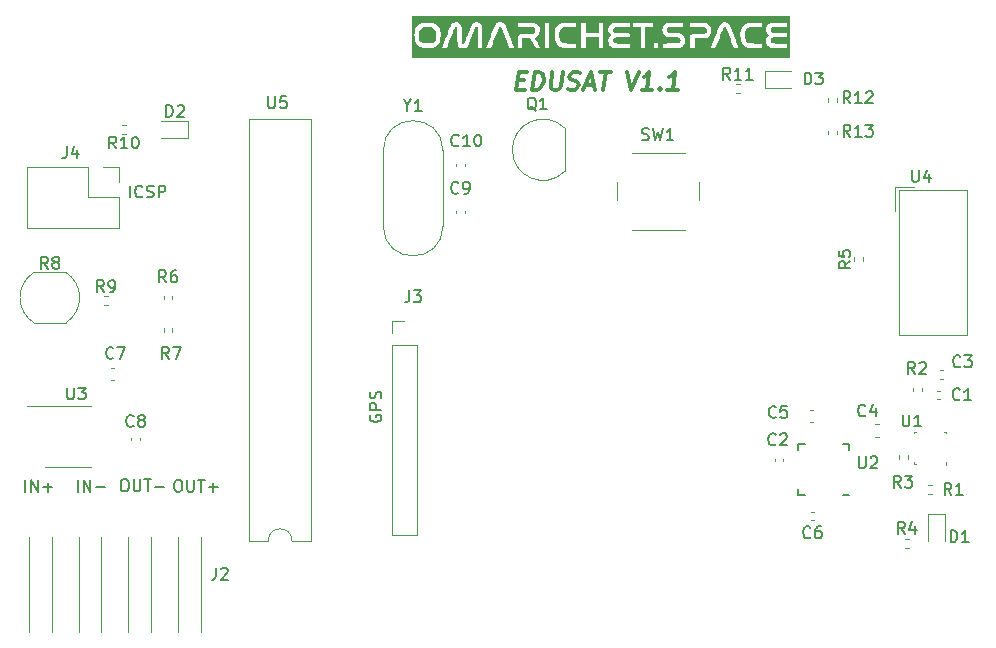
<source format=gbr>
%TF.GenerationSoftware,KiCad,Pcbnew,(6.0.7)*%
%TF.CreationDate,2023-01-16T15:03:51+03:00*%
%TF.ProjectId,Omarichet Sensor Shield 2,4f6d6172-6963-4686-9574-2053656e736f,rev?*%
%TF.SameCoordinates,Original*%
%TF.FileFunction,Legend,Top*%
%TF.FilePolarity,Positive*%
%FSLAX46Y46*%
G04 Gerber Fmt 4.6, Leading zero omitted, Abs format (unit mm)*
G04 Created by KiCad (PCBNEW (6.0.7)) date 2023-01-16 15:03:51*
%MOMM*%
%LPD*%
G01*
G04 APERTURE LIST*
%ADD10C,0.150000*%
%ADD11C,0.300000*%
%ADD12C,0.120000*%
%ADD13C,0.100000*%
G04 APERTURE END LIST*
D10*
X109227142Y-112232380D02*
X109227142Y-111232380D01*
X109703333Y-112232380D02*
X109703333Y-111232380D01*
X110274761Y-112232380D01*
X110274761Y-111232380D01*
X110750952Y-111851428D02*
X111512857Y-111851428D01*
X113613809Y-87322380D02*
X113613809Y-86322380D01*
X114661428Y-87227142D02*
X114613809Y-87274761D01*
X114470952Y-87322380D01*
X114375714Y-87322380D01*
X114232857Y-87274761D01*
X114137619Y-87179523D01*
X114090000Y-87084285D01*
X114042380Y-86893809D01*
X114042380Y-86750952D01*
X114090000Y-86560476D01*
X114137619Y-86465238D01*
X114232857Y-86370000D01*
X114375714Y-86322380D01*
X114470952Y-86322380D01*
X114613809Y-86370000D01*
X114661428Y-86417619D01*
X115042380Y-87274761D02*
X115185238Y-87322380D01*
X115423333Y-87322380D01*
X115518571Y-87274761D01*
X115566190Y-87227142D01*
X115613809Y-87131904D01*
X115613809Y-87036666D01*
X115566190Y-86941428D01*
X115518571Y-86893809D01*
X115423333Y-86846190D01*
X115232857Y-86798571D01*
X115137619Y-86750952D01*
X115090000Y-86703333D01*
X115042380Y-86608095D01*
X115042380Y-86512857D01*
X115090000Y-86417619D01*
X115137619Y-86370000D01*
X115232857Y-86322380D01*
X115470952Y-86322380D01*
X115613809Y-86370000D01*
X116042380Y-87322380D02*
X116042380Y-86322380D01*
X116423333Y-86322380D01*
X116518571Y-86370000D01*
X116566190Y-86417619D01*
X116613809Y-86512857D01*
X116613809Y-86655714D01*
X116566190Y-86750952D01*
X116518571Y-86798571D01*
X116423333Y-86846190D01*
X116042380Y-86846190D01*
X133950000Y-105774285D02*
X133902380Y-105869523D01*
X133902380Y-106012380D01*
X133950000Y-106155238D01*
X134045238Y-106250476D01*
X134140476Y-106298095D01*
X134330952Y-106345714D01*
X134473809Y-106345714D01*
X134664285Y-106298095D01*
X134759523Y-106250476D01*
X134854761Y-106155238D01*
X134902380Y-106012380D01*
X134902380Y-105917142D01*
X134854761Y-105774285D01*
X134807142Y-105726666D01*
X134473809Y-105726666D01*
X134473809Y-105917142D01*
X134902380Y-105298095D02*
X133902380Y-105298095D01*
X133902380Y-104917142D01*
X133950000Y-104821904D01*
X133997619Y-104774285D01*
X134092857Y-104726666D01*
X134235714Y-104726666D01*
X134330952Y-104774285D01*
X134378571Y-104821904D01*
X134426190Y-104917142D01*
X134426190Y-105298095D01*
X134854761Y-104345714D02*
X134902380Y-104202857D01*
X134902380Y-103964761D01*
X134854761Y-103869523D01*
X134807142Y-103821904D01*
X134711904Y-103774285D01*
X134616666Y-103774285D01*
X134521428Y-103821904D01*
X134473809Y-103869523D01*
X134426190Y-103964761D01*
X134378571Y-104155238D01*
X134330952Y-104250476D01*
X134283333Y-104298095D01*
X134188095Y-104345714D01*
X134092857Y-104345714D01*
X133997619Y-104298095D01*
X133950000Y-104250476D01*
X133902380Y-104155238D01*
X133902380Y-103917142D01*
X133950000Y-103774285D01*
X117610952Y-111242380D02*
X117801428Y-111242380D01*
X117896666Y-111290000D01*
X117991904Y-111385238D01*
X118039523Y-111575714D01*
X118039523Y-111909047D01*
X117991904Y-112099523D01*
X117896666Y-112194761D01*
X117801428Y-112242380D01*
X117610952Y-112242380D01*
X117515714Y-112194761D01*
X117420476Y-112099523D01*
X117372857Y-111909047D01*
X117372857Y-111575714D01*
X117420476Y-111385238D01*
X117515714Y-111290000D01*
X117610952Y-111242380D01*
X118468095Y-111242380D02*
X118468095Y-112051904D01*
X118515714Y-112147142D01*
X118563333Y-112194761D01*
X118658571Y-112242380D01*
X118849047Y-112242380D01*
X118944285Y-112194761D01*
X118991904Y-112147142D01*
X119039523Y-112051904D01*
X119039523Y-111242380D01*
X119372857Y-111242380D02*
X119944285Y-111242380D01*
X119658571Y-112242380D02*
X119658571Y-111242380D01*
X120277619Y-111861428D02*
X121039523Y-111861428D01*
X120658571Y-112242380D02*
X120658571Y-111480476D01*
X113070952Y-111202380D02*
X113261428Y-111202380D01*
X113356666Y-111250000D01*
X113451904Y-111345238D01*
X113499523Y-111535714D01*
X113499523Y-111869047D01*
X113451904Y-112059523D01*
X113356666Y-112154761D01*
X113261428Y-112202380D01*
X113070952Y-112202380D01*
X112975714Y-112154761D01*
X112880476Y-112059523D01*
X112832857Y-111869047D01*
X112832857Y-111535714D01*
X112880476Y-111345238D01*
X112975714Y-111250000D01*
X113070952Y-111202380D01*
X113928095Y-111202380D02*
X113928095Y-112011904D01*
X113975714Y-112107142D01*
X114023333Y-112154761D01*
X114118571Y-112202380D01*
X114309047Y-112202380D01*
X114404285Y-112154761D01*
X114451904Y-112107142D01*
X114499523Y-112011904D01*
X114499523Y-111202380D01*
X114832857Y-111202380D02*
X115404285Y-111202380D01*
X115118571Y-112202380D02*
X115118571Y-111202380D01*
X115737619Y-111821428D02*
X116499523Y-111821428D01*
D11*
X146440491Y-77412857D02*
X146940491Y-77412857D01*
X147056562Y-78198571D02*
X146342276Y-78198571D01*
X146529776Y-76698571D01*
X147244062Y-76698571D01*
X147699419Y-78198571D02*
X147886919Y-76698571D01*
X148244062Y-76698571D01*
X148449419Y-76770000D01*
X148574419Y-76912857D01*
X148627991Y-77055714D01*
X148663705Y-77341428D01*
X148636919Y-77555714D01*
X148529776Y-77841428D01*
X148440491Y-77984285D01*
X148279776Y-78127142D01*
X148056562Y-78198571D01*
X147699419Y-78198571D01*
X149386919Y-76698571D02*
X149235133Y-77912857D01*
X149288705Y-78055714D01*
X149351205Y-78127142D01*
X149485133Y-78198571D01*
X149770848Y-78198571D01*
X149922633Y-78127142D01*
X150002991Y-78055714D01*
X150092276Y-77912857D01*
X150244062Y-76698571D01*
X150708348Y-78127142D02*
X150913705Y-78198571D01*
X151270848Y-78198571D01*
X151422633Y-78127142D01*
X151502991Y-78055714D01*
X151592276Y-77912857D01*
X151610133Y-77770000D01*
X151556562Y-77627142D01*
X151494062Y-77555714D01*
X151360133Y-77484285D01*
X151083348Y-77412857D01*
X150949419Y-77341428D01*
X150886919Y-77270000D01*
X150833348Y-77127142D01*
X150851205Y-76984285D01*
X150940491Y-76841428D01*
X151020848Y-76770000D01*
X151172633Y-76698571D01*
X151529776Y-76698571D01*
X151735133Y-76770000D01*
X152181562Y-77770000D02*
X152895848Y-77770000D01*
X151985133Y-78198571D02*
X152672633Y-76698571D01*
X152985133Y-78198571D01*
X153458348Y-76698571D02*
X154315491Y-76698571D01*
X153699419Y-78198571D02*
X153886919Y-76698571D01*
X155744062Y-76698571D02*
X156056562Y-78198571D01*
X156744062Y-76698571D01*
X157842276Y-78198571D02*
X156985133Y-78198571D01*
X157413705Y-78198571D02*
X157601205Y-76698571D01*
X157431562Y-76912857D01*
X157270848Y-77055714D01*
X157119062Y-77127142D01*
X158502991Y-78055714D02*
X158565491Y-78127142D01*
X158485133Y-78198571D01*
X158422633Y-78127142D01*
X158502991Y-78055714D01*
X158485133Y-78198571D01*
X159985133Y-78198571D02*
X159127991Y-78198571D01*
X159556562Y-78198571D02*
X159744062Y-76698571D01*
X159574419Y-76912857D01*
X159413705Y-77055714D01*
X159261919Y-77127142D01*
D10*
X104767142Y-112232380D02*
X104767142Y-111232380D01*
X105243333Y-112232380D02*
X105243333Y-111232380D01*
X105814761Y-112232380D01*
X105814761Y-111232380D01*
X106290952Y-111851428D02*
X107052857Y-111851428D01*
X106671904Y-112232380D02*
X106671904Y-111470476D01*
%TO.C,R5*%
X174622380Y-92726666D02*
X174146190Y-93060000D01*
X174622380Y-93298095D02*
X173622380Y-93298095D01*
X173622380Y-92917142D01*
X173670000Y-92821904D01*
X173717619Y-92774285D01*
X173812857Y-92726666D01*
X173955714Y-92726666D01*
X174050952Y-92774285D01*
X174098571Y-92821904D01*
X174146190Y-92917142D01*
X174146190Y-93298095D01*
X173622380Y-91821904D02*
X173622380Y-92298095D01*
X174098571Y-92345714D01*
X174050952Y-92298095D01*
X174003333Y-92202857D01*
X174003333Y-91964761D01*
X174050952Y-91869523D01*
X174098571Y-91821904D01*
X174193809Y-91774285D01*
X174431904Y-91774285D01*
X174527142Y-91821904D01*
X174574761Y-91869523D01*
X174622380Y-91964761D01*
X174622380Y-92202857D01*
X174574761Y-92298095D01*
X174527142Y-92345714D01*
%TO.C,C10*%
X141447142Y-82917142D02*
X141399523Y-82964761D01*
X141256666Y-83012380D01*
X141161428Y-83012380D01*
X141018571Y-82964761D01*
X140923333Y-82869523D01*
X140875714Y-82774285D01*
X140828095Y-82583809D01*
X140828095Y-82440952D01*
X140875714Y-82250476D01*
X140923333Y-82155238D01*
X141018571Y-82060000D01*
X141161428Y-82012380D01*
X141256666Y-82012380D01*
X141399523Y-82060000D01*
X141447142Y-82107619D01*
X142399523Y-83012380D02*
X141828095Y-83012380D01*
X142113809Y-83012380D02*
X142113809Y-82012380D01*
X142018571Y-82155238D01*
X141923333Y-82250476D01*
X141828095Y-82298095D01*
X143018571Y-82012380D02*
X143113809Y-82012380D01*
X143209047Y-82060000D01*
X143256666Y-82107619D01*
X143304285Y-82202857D01*
X143351904Y-82393333D01*
X143351904Y-82631428D01*
X143304285Y-82821904D01*
X143256666Y-82917142D01*
X143209047Y-82964761D01*
X143113809Y-83012380D01*
X143018571Y-83012380D01*
X142923333Y-82964761D01*
X142875714Y-82917142D01*
X142828095Y-82821904D01*
X142780476Y-82631428D01*
X142780476Y-82393333D01*
X142828095Y-82202857D01*
X142875714Y-82107619D01*
X142923333Y-82060000D01*
X143018571Y-82012380D01*
%TO.C,R1*%
X183173333Y-112512380D02*
X182840000Y-112036190D01*
X182601904Y-112512380D02*
X182601904Y-111512380D01*
X182982857Y-111512380D01*
X183078095Y-111560000D01*
X183125714Y-111607619D01*
X183173333Y-111702857D01*
X183173333Y-111845714D01*
X183125714Y-111940952D01*
X183078095Y-111988571D01*
X182982857Y-112036190D01*
X182601904Y-112036190D01*
X184125714Y-112512380D02*
X183554285Y-112512380D01*
X183840000Y-112512380D02*
X183840000Y-111512380D01*
X183744761Y-111655238D01*
X183649523Y-111750476D01*
X183554285Y-111798095D01*
%TO.C,U2*%
X175328095Y-109262380D02*
X175328095Y-110071904D01*
X175375714Y-110167142D01*
X175423333Y-110214761D01*
X175518571Y-110262380D01*
X175709047Y-110262380D01*
X175804285Y-110214761D01*
X175851904Y-110167142D01*
X175899523Y-110071904D01*
X175899523Y-109262380D01*
X176328095Y-109357619D02*
X176375714Y-109310000D01*
X176470952Y-109262380D01*
X176709047Y-109262380D01*
X176804285Y-109310000D01*
X176851904Y-109357619D01*
X176899523Y-109452857D01*
X176899523Y-109548095D01*
X176851904Y-109690952D01*
X176280476Y-110262380D01*
X176899523Y-110262380D01*
%TO.C,R6*%
X116673333Y-94512380D02*
X116340000Y-94036190D01*
X116101904Y-94512380D02*
X116101904Y-93512380D01*
X116482857Y-93512380D01*
X116578095Y-93560000D01*
X116625714Y-93607619D01*
X116673333Y-93702857D01*
X116673333Y-93845714D01*
X116625714Y-93940952D01*
X116578095Y-93988571D01*
X116482857Y-94036190D01*
X116101904Y-94036190D01*
X117530476Y-93512380D02*
X117340000Y-93512380D01*
X117244761Y-93560000D01*
X117197142Y-93607619D01*
X117101904Y-93750476D01*
X117054285Y-93940952D01*
X117054285Y-94321904D01*
X117101904Y-94417142D01*
X117149523Y-94464761D01*
X117244761Y-94512380D01*
X117435238Y-94512380D01*
X117530476Y-94464761D01*
X117578095Y-94417142D01*
X117625714Y-94321904D01*
X117625714Y-94083809D01*
X117578095Y-93988571D01*
X117530476Y-93940952D01*
X117435238Y-93893333D01*
X117244761Y-93893333D01*
X117149523Y-93940952D01*
X117101904Y-93988571D01*
X117054285Y-94083809D01*
%TO.C,J3*%
X137256666Y-95202380D02*
X137256666Y-95916666D01*
X137209047Y-96059523D01*
X137113809Y-96154761D01*
X136970952Y-96202380D01*
X136875714Y-96202380D01*
X137637619Y-95202380D02*
X138256666Y-95202380D01*
X137923333Y-95583333D01*
X138066190Y-95583333D01*
X138161428Y-95630952D01*
X138209047Y-95678571D01*
X138256666Y-95773809D01*
X138256666Y-96011904D01*
X138209047Y-96107142D01*
X138161428Y-96154761D01*
X138066190Y-96202380D01*
X137780476Y-96202380D01*
X137685238Y-96154761D01*
X137637619Y-96107142D01*
%TO.C,R13*%
X174607142Y-82182380D02*
X174273809Y-81706190D01*
X174035714Y-82182380D02*
X174035714Y-81182380D01*
X174416666Y-81182380D01*
X174511904Y-81230000D01*
X174559523Y-81277619D01*
X174607142Y-81372857D01*
X174607142Y-81515714D01*
X174559523Y-81610952D01*
X174511904Y-81658571D01*
X174416666Y-81706190D01*
X174035714Y-81706190D01*
X175559523Y-82182380D02*
X174988095Y-82182380D01*
X175273809Y-82182380D02*
X175273809Y-81182380D01*
X175178571Y-81325238D01*
X175083333Y-81420476D01*
X174988095Y-81468095D01*
X175892857Y-81182380D02*
X176511904Y-81182380D01*
X176178571Y-81563333D01*
X176321428Y-81563333D01*
X176416666Y-81610952D01*
X176464285Y-81658571D01*
X176511904Y-81753809D01*
X176511904Y-81991904D01*
X176464285Y-82087142D01*
X176416666Y-82134761D01*
X176321428Y-82182380D01*
X176035714Y-82182380D01*
X175940476Y-82134761D01*
X175892857Y-82087142D01*
%TO.C,C3*%
X183933333Y-101607142D02*
X183885714Y-101654761D01*
X183742857Y-101702380D01*
X183647619Y-101702380D01*
X183504761Y-101654761D01*
X183409523Y-101559523D01*
X183361904Y-101464285D01*
X183314285Y-101273809D01*
X183314285Y-101130952D01*
X183361904Y-100940476D01*
X183409523Y-100845238D01*
X183504761Y-100750000D01*
X183647619Y-100702380D01*
X183742857Y-100702380D01*
X183885714Y-100750000D01*
X183933333Y-100797619D01*
X184266666Y-100702380D02*
X184885714Y-100702380D01*
X184552380Y-101083333D01*
X184695238Y-101083333D01*
X184790476Y-101130952D01*
X184838095Y-101178571D01*
X184885714Y-101273809D01*
X184885714Y-101511904D01*
X184838095Y-101607142D01*
X184790476Y-101654761D01*
X184695238Y-101702380D01*
X184409523Y-101702380D01*
X184314285Y-101654761D01*
X184266666Y-101607142D01*
%TO.C,U3*%
X108288095Y-103422380D02*
X108288095Y-104231904D01*
X108335714Y-104327142D01*
X108383333Y-104374761D01*
X108478571Y-104422380D01*
X108669047Y-104422380D01*
X108764285Y-104374761D01*
X108811904Y-104327142D01*
X108859523Y-104231904D01*
X108859523Y-103422380D01*
X109240476Y-103422380D02*
X109859523Y-103422380D01*
X109526190Y-103803333D01*
X109669047Y-103803333D01*
X109764285Y-103850952D01*
X109811904Y-103898571D01*
X109859523Y-103993809D01*
X109859523Y-104231904D01*
X109811904Y-104327142D01*
X109764285Y-104374761D01*
X109669047Y-104422380D01*
X109383333Y-104422380D01*
X109288095Y-104374761D01*
X109240476Y-104327142D01*
%TO.C,D2*%
X116694404Y-80512380D02*
X116694404Y-79512380D01*
X116932500Y-79512380D01*
X117075357Y-79560000D01*
X117170595Y-79655238D01*
X117218214Y-79750476D01*
X117265833Y-79940952D01*
X117265833Y-80083809D01*
X117218214Y-80274285D01*
X117170595Y-80369523D01*
X117075357Y-80464761D01*
X116932500Y-80512380D01*
X116694404Y-80512380D01*
X117646785Y-79607619D02*
X117694404Y-79560000D01*
X117789642Y-79512380D01*
X118027738Y-79512380D01*
X118122976Y-79560000D01*
X118170595Y-79607619D01*
X118218214Y-79702857D01*
X118218214Y-79798095D01*
X118170595Y-79940952D01*
X117599166Y-80512380D01*
X118218214Y-80512380D01*
%TO.C,C6*%
X171233333Y-116087142D02*
X171185714Y-116134761D01*
X171042857Y-116182380D01*
X170947619Y-116182380D01*
X170804761Y-116134761D01*
X170709523Y-116039523D01*
X170661904Y-115944285D01*
X170614285Y-115753809D01*
X170614285Y-115610952D01*
X170661904Y-115420476D01*
X170709523Y-115325238D01*
X170804761Y-115230000D01*
X170947619Y-115182380D01*
X171042857Y-115182380D01*
X171185714Y-115230000D01*
X171233333Y-115277619D01*
X172090476Y-115182380D02*
X171900000Y-115182380D01*
X171804761Y-115230000D01*
X171757142Y-115277619D01*
X171661904Y-115420476D01*
X171614285Y-115610952D01*
X171614285Y-115991904D01*
X171661904Y-116087142D01*
X171709523Y-116134761D01*
X171804761Y-116182380D01*
X171995238Y-116182380D01*
X172090476Y-116134761D01*
X172138095Y-116087142D01*
X172185714Y-115991904D01*
X172185714Y-115753809D01*
X172138095Y-115658571D01*
X172090476Y-115610952D01*
X171995238Y-115563333D01*
X171804761Y-115563333D01*
X171709523Y-115610952D01*
X171661904Y-115658571D01*
X171614285Y-115753809D01*
%TO.C,R11*%
X164437142Y-77352380D02*
X164103809Y-76876190D01*
X163865714Y-77352380D02*
X163865714Y-76352380D01*
X164246666Y-76352380D01*
X164341904Y-76400000D01*
X164389523Y-76447619D01*
X164437142Y-76542857D01*
X164437142Y-76685714D01*
X164389523Y-76780952D01*
X164341904Y-76828571D01*
X164246666Y-76876190D01*
X163865714Y-76876190D01*
X165389523Y-77352380D02*
X164818095Y-77352380D01*
X165103809Y-77352380D02*
X165103809Y-76352380D01*
X165008571Y-76495238D01*
X164913333Y-76590476D01*
X164818095Y-76638095D01*
X166341904Y-77352380D02*
X165770476Y-77352380D01*
X166056190Y-77352380D02*
X166056190Y-76352380D01*
X165960952Y-76495238D01*
X165865714Y-76590476D01*
X165770476Y-76638095D01*
%TO.C,C5*%
X168308333Y-105887142D02*
X168260714Y-105934761D01*
X168117857Y-105982380D01*
X168022619Y-105982380D01*
X167879761Y-105934761D01*
X167784523Y-105839523D01*
X167736904Y-105744285D01*
X167689285Y-105553809D01*
X167689285Y-105410952D01*
X167736904Y-105220476D01*
X167784523Y-105125238D01*
X167879761Y-105030000D01*
X168022619Y-104982380D01*
X168117857Y-104982380D01*
X168260714Y-105030000D01*
X168308333Y-105077619D01*
X169213095Y-104982380D02*
X168736904Y-104982380D01*
X168689285Y-105458571D01*
X168736904Y-105410952D01*
X168832142Y-105363333D01*
X169070238Y-105363333D01*
X169165476Y-105410952D01*
X169213095Y-105458571D01*
X169260714Y-105553809D01*
X169260714Y-105791904D01*
X169213095Y-105887142D01*
X169165476Y-105934761D01*
X169070238Y-105982380D01*
X168832142Y-105982380D01*
X168736904Y-105934761D01*
X168689285Y-105887142D01*
%TO.C,R8*%
X106673333Y-93362380D02*
X106340000Y-92886190D01*
X106101904Y-93362380D02*
X106101904Y-92362380D01*
X106482857Y-92362380D01*
X106578095Y-92410000D01*
X106625714Y-92457619D01*
X106673333Y-92552857D01*
X106673333Y-92695714D01*
X106625714Y-92790952D01*
X106578095Y-92838571D01*
X106482857Y-92886190D01*
X106101904Y-92886190D01*
X107244761Y-92790952D02*
X107149523Y-92743333D01*
X107101904Y-92695714D01*
X107054285Y-92600476D01*
X107054285Y-92552857D01*
X107101904Y-92457619D01*
X107149523Y-92410000D01*
X107244761Y-92362380D01*
X107435238Y-92362380D01*
X107530476Y-92410000D01*
X107578095Y-92457619D01*
X107625714Y-92552857D01*
X107625714Y-92600476D01*
X107578095Y-92695714D01*
X107530476Y-92743333D01*
X107435238Y-92790952D01*
X107244761Y-92790952D01*
X107149523Y-92838571D01*
X107101904Y-92886190D01*
X107054285Y-92981428D01*
X107054285Y-93171904D01*
X107101904Y-93267142D01*
X107149523Y-93314761D01*
X107244761Y-93362380D01*
X107435238Y-93362380D01*
X107530476Y-93314761D01*
X107578095Y-93267142D01*
X107625714Y-93171904D01*
X107625714Y-92981428D01*
X107578095Y-92886190D01*
X107530476Y-92838571D01*
X107435238Y-92790952D01*
%TO.C,R2*%
X180083333Y-102272380D02*
X179750000Y-101796190D01*
X179511904Y-102272380D02*
X179511904Y-101272380D01*
X179892857Y-101272380D01*
X179988095Y-101320000D01*
X180035714Y-101367619D01*
X180083333Y-101462857D01*
X180083333Y-101605714D01*
X180035714Y-101700952D01*
X179988095Y-101748571D01*
X179892857Y-101796190D01*
X179511904Y-101796190D01*
X180464285Y-101367619D02*
X180511904Y-101320000D01*
X180607142Y-101272380D01*
X180845238Y-101272380D01*
X180940476Y-101320000D01*
X180988095Y-101367619D01*
X181035714Y-101462857D01*
X181035714Y-101558095D01*
X180988095Y-101700952D01*
X180416666Y-102272380D01*
X181035714Y-102272380D01*
%TO.C,SW1*%
X156966666Y-82424761D02*
X157109523Y-82472380D01*
X157347619Y-82472380D01*
X157442857Y-82424761D01*
X157490476Y-82377142D01*
X157538095Y-82281904D01*
X157538095Y-82186666D01*
X157490476Y-82091428D01*
X157442857Y-82043809D01*
X157347619Y-81996190D01*
X157157142Y-81948571D01*
X157061904Y-81900952D01*
X157014285Y-81853333D01*
X156966666Y-81758095D01*
X156966666Y-81662857D01*
X157014285Y-81567619D01*
X157061904Y-81520000D01*
X157157142Y-81472380D01*
X157395238Y-81472380D01*
X157538095Y-81520000D01*
X157871428Y-81472380D02*
X158109523Y-82472380D01*
X158300000Y-81758095D01*
X158490476Y-82472380D01*
X158728571Y-81472380D01*
X159633333Y-82472380D02*
X159061904Y-82472380D01*
X159347619Y-82472380D02*
X159347619Y-81472380D01*
X159252380Y-81615238D01*
X159157142Y-81710476D01*
X159061904Y-81758095D01*
%TO.C,C8*%
X113923333Y-106667142D02*
X113875714Y-106714761D01*
X113732857Y-106762380D01*
X113637619Y-106762380D01*
X113494761Y-106714761D01*
X113399523Y-106619523D01*
X113351904Y-106524285D01*
X113304285Y-106333809D01*
X113304285Y-106190952D01*
X113351904Y-106000476D01*
X113399523Y-105905238D01*
X113494761Y-105810000D01*
X113637619Y-105762380D01*
X113732857Y-105762380D01*
X113875714Y-105810000D01*
X113923333Y-105857619D01*
X114494761Y-106190952D02*
X114399523Y-106143333D01*
X114351904Y-106095714D01*
X114304285Y-106000476D01*
X114304285Y-105952857D01*
X114351904Y-105857619D01*
X114399523Y-105810000D01*
X114494761Y-105762380D01*
X114685238Y-105762380D01*
X114780476Y-105810000D01*
X114828095Y-105857619D01*
X114875714Y-105952857D01*
X114875714Y-106000476D01*
X114828095Y-106095714D01*
X114780476Y-106143333D01*
X114685238Y-106190952D01*
X114494761Y-106190952D01*
X114399523Y-106238571D01*
X114351904Y-106286190D01*
X114304285Y-106381428D01*
X114304285Y-106571904D01*
X114351904Y-106667142D01*
X114399523Y-106714761D01*
X114494761Y-106762380D01*
X114685238Y-106762380D01*
X114780476Y-106714761D01*
X114828095Y-106667142D01*
X114875714Y-106571904D01*
X114875714Y-106381428D01*
X114828095Y-106286190D01*
X114780476Y-106238571D01*
X114685238Y-106190952D01*
%TO.C,D3*%
X170731904Y-77762380D02*
X170731904Y-76762380D01*
X170970000Y-76762380D01*
X171112857Y-76810000D01*
X171208095Y-76905238D01*
X171255714Y-77000476D01*
X171303333Y-77190952D01*
X171303333Y-77333809D01*
X171255714Y-77524285D01*
X171208095Y-77619523D01*
X171112857Y-77714761D01*
X170970000Y-77762380D01*
X170731904Y-77762380D01*
X171636666Y-76762380D02*
X172255714Y-76762380D01*
X171922380Y-77143333D01*
X172065238Y-77143333D01*
X172160476Y-77190952D01*
X172208095Y-77238571D01*
X172255714Y-77333809D01*
X172255714Y-77571904D01*
X172208095Y-77667142D01*
X172160476Y-77714761D01*
X172065238Y-77762380D01*
X171779523Y-77762380D01*
X171684285Y-77714761D01*
X171636666Y-77667142D01*
%TO.C,C2*%
X168283333Y-108217142D02*
X168235714Y-108264761D01*
X168092857Y-108312380D01*
X167997619Y-108312380D01*
X167854761Y-108264761D01*
X167759523Y-108169523D01*
X167711904Y-108074285D01*
X167664285Y-107883809D01*
X167664285Y-107740952D01*
X167711904Y-107550476D01*
X167759523Y-107455238D01*
X167854761Y-107360000D01*
X167997619Y-107312380D01*
X168092857Y-107312380D01*
X168235714Y-107360000D01*
X168283333Y-107407619D01*
X168664285Y-107407619D02*
X168711904Y-107360000D01*
X168807142Y-107312380D01*
X169045238Y-107312380D01*
X169140476Y-107360000D01*
X169188095Y-107407619D01*
X169235714Y-107502857D01*
X169235714Y-107598095D01*
X169188095Y-107740952D01*
X168616666Y-108312380D01*
X169235714Y-108312380D01*
%TO.C,Q1*%
X148004761Y-79977619D02*
X147909523Y-79930000D01*
X147814285Y-79834761D01*
X147671428Y-79691904D01*
X147576190Y-79644285D01*
X147480952Y-79644285D01*
X147528571Y-79882380D02*
X147433333Y-79834761D01*
X147338095Y-79739523D01*
X147290476Y-79549047D01*
X147290476Y-79215714D01*
X147338095Y-79025238D01*
X147433333Y-78930000D01*
X147528571Y-78882380D01*
X147719047Y-78882380D01*
X147814285Y-78930000D01*
X147909523Y-79025238D01*
X147957142Y-79215714D01*
X147957142Y-79549047D01*
X147909523Y-79739523D01*
X147814285Y-79834761D01*
X147719047Y-79882380D01*
X147528571Y-79882380D01*
X148909523Y-79882380D02*
X148338095Y-79882380D01*
X148623809Y-79882380D02*
X148623809Y-78882380D01*
X148528571Y-79025238D01*
X148433333Y-79120476D01*
X148338095Y-79168095D01*
%TO.C,R10*%
X112447142Y-83182380D02*
X112113809Y-82706190D01*
X111875714Y-83182380D02*
X111875714Y-82182380D01*
X112256666Y-82182380D01*
X112351904Y-82230000D01*
X112399523Y-82277619D01*
X112447142Y-82372857D01*
X112447142Y-82515714D01*
X112399523Y-82610952D01*
X112351904Y-82658571D01*
X112256666Y-82706190D01*
X111875714Y-82706190D01*
X113399523Y-83182380D02*
X112828095Y-83182380D01*
X113113809Y-83182380D02*
X113113809Y-82182380D01*
X113018571Y-82325238D01*
X112923333Y-82420476D01*
X112828095Y-82468095D01*
X114018571Y-82182380D02*
X114113809Y-82182380D01*
X114209047Y-82230000D01*
X114256666Y-82277619D01*
X114304285Y-82372857D01*
X114351904Y-82563333D01*
X114351904Y-82801428D01*
X114304285Y-82991904D01*
X114256666Y-83087142D01*
X114209047Y-83134761D01*
X114113809Y-83182380D01*
X114018571Y-83182380D01*
X113923333Y-83134761D01*
X113875714Y-83087142D01*
X113828095Y-82991904D01*
X113780476Y-82801428D01*
X113780476Y-82563333D01*
X113828095Y-82372857D01*
X113875714Y-82277619D01*
X113923333Y-82230000D01*
X114018571Y-82182380D01*
%TO.C,Y1*%
X137113809Y-79536190D02*
X137113809Y-80012380D01*
X136780476Y-79012380D02*
X137113809Y-79536190D01*
X137447142Y-79012380D01*
X138304285Y-80012380D02*
X137732857Y-80012380D01*
X138018571Y-80012380D02*
X138018571Y-79012380D01*
X137923333Y-79155238D01*
X137828095Y-79250476D01*
X137732857Y-79298095D01*
%TO.C,U1*%
X179038095Y-105712380D02*
X179038095Y-106521904D01*
X179085714Y-106617142D01*
X179133333Y-106664761D01*
X179228571Y-106712380D01*
X179419047Y-106712380D01*
X179514285Y-106664761D01*
X179561904Y-106617142D01*
X179609523Y-106521904D01*
X179609523Y-105712380D01*
X180609523Y-106712380D02*
X180038095Y-106712380D01*
X180323809Y-106712380D02*
X180323809Y-105712380D01*
X180228571Y-105855238D01*
X180133333Y-105950476D01*
X180038095Y-105998095D01*
%TO.C,U5*%
X125328095Y-78762380D02*
X125328095Y-79571904D01*
X125375714Y-79667142D01*
X125423333Y-79714761D01*
X125518571Y-79762380D01*
X125709047Y-79762380D01*
X125804285Y-79714761D01*
X125851904Y-79667142D01*
X125899523Y-79571904D01*
X125899523Y-78762380D01*
X126851904Y-78762380D02*
X126375714Y-78762380D01*
X126328095Y-79238571D01*
X126375714Y-79190952D01*
X126470952Y-79143333D01*
X126709047Y-79143333D01*
X126804285Y-79190952D01*
X126851904Y-79238571D01*
X126899523Y-79333809D01*
X126899523Y-79571904D01*
X126851904Y-79667142D01*
X126804285Y-79714761D01*
X126709047Y-79762380D01*
X126470952Y-79762380D01*
X126375714Y-79714761D01*
X126328095Y-79667142D01*
%TO.C,D1*%
X183101904Y-116512380D02*
X183101904Y-115512380D01*
X183340000Y-115512380D01*
X183482857Y-115560000D01*
X183578095Y-115655238D01*
X183625714Y-115750476D01*
X183673333Y-115940952D01*
X183673333Y-116083809D01*
X183625714Y-116274285D01*
X183578095Y-116369523D01*
X183482857Y-116464761D01*
X183340000Y-116512380D01*
X183101904Y-116512380D01*
X184625714Y-116512380D02*
X184054285Y-116512380D01*
X184340000Y-116512380D02*
X184340000Y-115512380D01*
X184244761Y-115655238D01*
X184149523Y-115750476D01*
X184054285Y-115798095D01*
%TO.C,R4*%
X179233333Y-115812380D02*
X178900000Y-115336190D01*
X178661904Y-115812380D02*
X178661904Y-114812380D01*
X179042857Y-114812380D01*
X179138095Y-114860000D01*
X179185714Y-114907619D01*
X179233333Y-115002857D01*
X179233333Y-115145714D01*
X179185714Y-115240952D01*
X179138095Y-115288571D01*
X179042857Y-115336190D01*
X178661904Y-115336190D01*
X180090476Y-115145714D02*
X180090476Y-115812380D01*
X179852380Y-114764761D02*
X179614285Y-115479047D01*
X180233333Y-115479047D01*
%TO.C,J2*%
X120906666Y-118692380D02*
X120906666Y-119406666D01*
X120859047Y-119549523D01*
X120763809Y-119644761D01*
X120620952Y-119692380D01*
X120525714Y-119692380D01*
X121335238Y-118787619D02*
X121382857Y-118740000D01*
X121478095Y-118692380D01*
X121716190Y-118692380D01*
X121811428Y-118740000D01*
X121859047Y-118787619D01*
X121906666Y-118882857D01*
X121906666Y-118978095D01*
X121859047Y-119120952D01*
X121287619Y-119692380D01*
X121906666Y-119692380D01*
%TO.C,R12*%
X174607142Y-79352380D02*
X174273809Y-78876190D01*
X174035714Y-79352380D02*
X174035714Y-78352380D01*
X174416666Y-78352380D01*
X174511904Y-78400000D01*
X174559523Y-78447619D01*
X174607142Y-78542857D01*
X174607142Y-78685714D01*
X174559523Y-78780952D01*
X174511904Y-78828571D01*
X174416666Y-78876190D01*
X174035714Y-78876190D01*
X175559523Y-79352380D02*
X174988095Y-79352380D01*
X175273809Y-79352380D02*
X175273809Y-78352380D01*
X175178571Y-78495238D01*
X175083333Y-78590476D01*
X174988095Y-78638095D01*
X175940476Y-78447619D02*
X175988095Y-78400000D01*
X176083333Y-78352380D01*
X176321428Y-78352380D01*
X176416666Y-78400000D01*
X176464285Y-78447619D01*
X176511904Y-78542857D01*
X176511904Y-78638095D01*
X176464285Y-78780952D01*
X175892857Y-79352380D01*
X176511904Y-79352380D01*
%TO.C,C7*%
X112223333Y-100917142D02*
X112175714Y-100964761D01*
X112032857Y-101012380D01*
X111937619Y-101012380D01*
X111794761Y-100964761D01*
X111699523Y-100869523D01*
X111651904Y-100774285D01*
X111604285Y-100583809D01*
X111604285Y-100440952D01*
X111651904Y-100250476D01*
X111699523Y-100155238D01*
X111794761Y-100060000D01*
X111937619Y-100012380D01*
X112032857Y-100012380D01*
X112175714Y-100060000D01*
X112223333Y-100107619D01*
X112556666Y-100012380D02*
X113223333Y-100012380D01*
X112794761Y-101012380D01*
%TO.C,R7*%
X116923333Y-101012380D02*
X116590000Y-100536190D01*
X116351904Y-101012380D02*
X116351904Y-100012380D01*
X116732857Y-100012380D01*
X116828095Y-100060000D01*
X116875714Y-100107619D01*
X116923333Y-100202857D01*
X116923333Y-100345714D01*
X116875714Y-100440952D01*
X116828095Y-100488571D01*
X116732857Y-100536190D01*
X116351904Y-100536190D01*
X117256666Y-100012380D02*
X117923333Y-100012380D01*
X117494761Y-101012380D01*
%TO.C,U4*%
X179828095Y-85012380D02*
X179828095Y-85821904D01*
X179875714Y-85917142D01*
X179923333Y-85964761D01*
X180018571Y-86012380D01*
X180209047Y-86012380D01*
X180304285Y-85964761D01*
X180351904Y-85917142D01*
X180399523Y-85821904D01*
X180399523Y-85012380D01*
X181304285Y-85345714D02*
X181304285Y-86012380D01*
X181066190Y-84964761D02*
X180828095Y-85679047D01*
X181447142Y-85679047D01*
%TO.C,C1*%
X183883333Y-104407142D02*
X183835714Y-104454761D01*
X183692857Y-104502380D01*
X183597619Y-104502380D01*
X183454761Y-104454761D01*
X183359523Y-104359523D01*
X183311904Y-104264285D01*
X183264285Y-104073809D01*
X183264285Y-103930952D01*
X183311904Y-103740476D01*
X183359523Y-103645238D01*
X183454761Y-103550000D01*
X183597619Y-103502380D01*
X183692857Y-103502380D01*
X183835714Y-103550000D01*
X183883333Y-103597619D01*
X184835714Y-104502380D02*
X184264285Y-104502380D01*
X184550000Y-104502380D02*
X184550000Y-103502380D01*
X184454761Y-103645238D01*
X184359523Y-103740476D01*
X184264285Y-103788095D01*
%TO.C,J4*%
X108256666Y-83012380D02*
X108256666Y-83726666D01*
X108209047Y-83869523D01*
X108113809Y-83964761D01*
X107970952Y-84012380D01*
X107875714Y-84012380D01*
X109161428Y-83345714D02*
X109161428Y-84012380D01*
X108923333Y-82964761D02*
X108685238Y-83679047D01*
X109304285Y-83679047D01*
%TO.C,C9*%
X141423333Y-86917142D02*
X141375714Y-86964761D01*
X141232857Y-87012380D01*
X141137619Y-87012380D01*
X140994761Y-86964761D01*
X140899523Y-86869523D01*
X140851904Y-86774285D01*
X140804285Y-86583809D01*
X140804285Y-86440952D01*
X140851904Y-86250476D01*
X140899523Y-86155238D01*
X140994761Y-86060000D01*
X141137619Y-86012380D01*
X141232857Y-86012380D01*
X141375714Y-86060000D01*
X141423333Y-86107619D01*
X141899523Y-87012380D02*
X142090000Y-87012380D01*
X142185238Y-86964761D01*
X142232857Y-86917142D01*
X142328095Y-86774285D01*
X142375714Y-86583809D01*
X142375714Y-86202857D01*
X142328095Y-86107619D01*
X142280476Y-86060000D01*
X142185238Y-86012380D01*
X141994761Y-86012380D01*
X141899523Y-86060000D01*
X141851904Y-86107619D01*
X141804285Y-86202857D01*
X141804285Y-86440952D01*
X141851904Y-86536190D01*
X141899523Y-86583809D01*
X141994761Y-86631428D01*
X142185238Y-86631428D01*
X142280476Y-86583809D01*
X142328095Y-86536190D01*
X142375714Y-86440952D01*
%TO.C,R3*%
X178893333Y-111892380D02*
X178560000Y-111416190D01*
X178321904Y-111892380D02*
X178321904Y-110892380D01*
X178702857Y-110892380D01*
X178798095Y-110940000D01*
X178845714Y-110987619D01*
X178893333Y-111082857D01*
X178893333Y-111225714D01*
X178845714Y-111320952D01*
X178798095Y-111368571D01*
X178702857Y-111416190D01*
X178321904Y-111416190D01*
X179226666Y-110892380D02*
X179845714Y-110892380D01*
X179512380Y-111273333D01*
X179655238Y-111273333D01*
X179750476Y-111320952D01*
X179798095Y-111368571D01*
X179845714Y-111463809D01*
X179845714Y-111701904D01*
X179798095Y-111797142D01*
X179750476Y-111844761D01*
X179655238Y-111892380D01*
X179369523Y-111892380D01*
X179274285Y-111844761D01*
X179226666Y-111797142D01*
%TO.C,R9*%
X111413333Y-95342380D02*
X111080000Y-94866190D01*
X110841904Y-95342380D02*
X110841904Y-94342380D01*
X111222857Y-94342380D01*
X111318095Y-94390000D01*
X111365714Y-94437619D01*
X111413333Y-94532857D01*
X111413333Y-94675714D01*
X111365714Y-94770952D01*
X111318095Y-94818571D01*
X111222857Y-94866190D01*
X110841904Y-94866190D01*
X111889523Y-95342380D02*
X112080000Y-95342380D01*
X112175238Y-95294761D01*
X112222857Y-95247142D01*
X112318095Y-95104285D01*
X112365714Y-94913809D01*
X112365714Y-94532857D01*
X112318095Y-94437619D01*
X112270476Y-94390000D01*
X112175238Y-94342380D01*
X111984761Y-94342380D01*
X111889523Y-94390000D01*
X111841904Y-94437619D01*
X111794285Y-94532857D01*
X111794285Y-94770952D01*
X111841904Y-94866190D01*
X111889523Y-94913809D01*
X111984761Y-94961428D01*
X112175238Y-94961428D01*
X112270476Y-94913809D01*
X112318095Y-94866190D01*
X112365714Y-94770952D01*
%TO.C,C4*%
X175893333Y-105767142D02*
X175845714Y-105814761D01*
X175702857Y-105862380D01*
X175607619Y-105862380D01*
X175464761Y-105814761D01*
X175369523Y-105719523D01*
X175321904Y-105624285D01*
X175274285Y-105433809D01*
X175274285Y-105290952D01*
X175321904Y-105100476D01*
X175369523Y-105005238D01*
X175464761Y-104910000D01*
X175607619Y-104862380D01*
X175702857Y-104862380D01*
X175845714Y-104910000D01*
X175893333Y-104957619D01*
X176750476Y-105195714D02*
X176750476Y-105862380D01*
X176512380Y-104814761D02*
X176274285Y-105529047D01*
X176893333Y-105529047D01*
D12*
%TO.C,R5*%
X175720000Y-92713641D02*
X175720000Y-92406359D01*
X174960000Y-92713641D02*
X174960000Y-92406359D01*
%TO.C,C10*%
X141230000Y-84472164D02*
X141230000Y-84687836D01*
X141950000Y-84472164D02*
X141950000Y-84687836D01*
%TO.C,R1*%
X181186359Y-111680000D02*
X181493641Y-111680000D01*
X181186359Y-112440000D02*
X181493641Y-112440000D01*
D10*
%TO.C,U2*%
X174520000Y-112522500D02*
X173995000Y-112522500D01*
X170220000Y-108222500D02*
X170220000Y-108747500D01*
X170220000Y-108222500D02*
X170745000Y-108222500D01*
X174520000Y-108222500D02*
X173995000Y-108222500D01*
X170220000Y-112522500D02*
X170745000Y-112522500D01*
X174520000Y-108222500D02*
X174520000Y-108747500D01*
X170220000Y-112522500D02*
X170220000Y-111997500D01*
D12*
%TO.C,R6*%
X117220000Y-95646359D02*
X117220000Y-95953641D01*
X116460000Y-95646359D02*
X116460000Y-95953641D01*
%TO.C,J3*%
X135780000Y-115870000D02*
X137900000Y-115870000D01*
X135780000Y-99810000D02*
X137900000Y-99810000D01*
X135780000Y-98810000D02*
X135780000Y-97750000D01*
X135780000Y-99810000D02*
X135780000Y-115870000D01*
X135780000Y-97750000D02*
X136840000Y-97750000D01*
X137900000Y-99810000D02*
X137900000Y-115870000D01*
%TO.C,R13*%
X172700000Y-81973641D02*
X172700000Y-81666359D01*
X173460000Y-81973641D02*
X173460000Y-81666359D01*
%TO.C,C3*%
X182447836Y-101950000D02*
X182232164Y-101950000D01*
X182447836Y-102670000D02*
X182232164Y-102670000D01*
%TO.C,U3*%
X108340000Y-110120000D02*
X106390000Y-110120000D01*
X108340000Y-110120000D02*
X110290000Y-110120000D01*
X108340000Y-105000000D02*
X110290000Y-105000000D01*
X108340000Y-105000000D02*
X104890000Y-105000000D01*
%TO.C,D2*%
X118575000Y-82295000D02*
X118575000Y-80825000D01*
X118575000Y-80825000D02*
X116290000Y-80825000D01*
X116290000Y-82295000D02*
X118575000Y-82295000D01*
%TO.C,C6*%
X171497836Y-113950000D02*
X171282164Y-113950000D01*
X171497836Y-114670000D02*
X171282164Y-114670000D01*
%TO.C,R11*%
X164926359Y-77690000D02*
X165233641Y-77690000D01*
X164926359Y-78450000D02*
X165233641Y-78450000D01*
%TO.C,C5*%
X171199420Y-105300000D02*
X171480580Y-105300000D01*
X171199420Y-106320000D02*
X171480580Y-106320000D01*
%TO.C,R8*%
X105520000Y-97960000D02*
X108170000Y-97960000D01*
X105520000Y-93660000D02*
X108170000Y-93660000D01*
X105494524Y-93675612D02*
G75*
G03*
X105520000Y-97960000I1325476J-2134388D01*
G01*
X108198027Y-97942144D02*
G75*
G03*
X108170000Y-93660000I-1378027J2132144D01*
G01*
%TO.C,R2*%
X179920000Y-103733641D02*
X179920000Y-103426359D01*
X180680000Y-103733641D02*
X180680000Y-103426359D01*
%TO.C,SW1*%
X161840000Y-87560000D02*
X161840000Y-86060000D01*
X156090000Y-90060000D02*
X160590000Y-90060000D01*
X154840000Y-86060000D02*
X154840000Y-87560000D01*
X160590000Y-83560000D02*
X156090000Y-83560000D01*
%TO.C,C8*%
X114450000Y-107682164D02*
X114450000Y-107897836D01*
X113730000Y-107682164D02*
X113730000Y-107897836D01*
%TO.C,G\u002A\u002A\u002A*%
G36*
X138929988Y-72905745D02*
G01*
X139062067Y-72915764D01*
X139173604Y-72930731D01*
X139251962Y-72950149D01*
X139267949Y-72957214D01*
X139377226Y-73032083D01*
X139457241Y-73126768D01*
X139510533Y-73247550D01*
X139539639Y-73400710D01*
X139547099Y-73592530D01*
X139545946Y-73645147D01*
X139532516Y-73829058D01*
X139503088Y-73972106D01*
X139454474Y-74081760D01*
X139383484Y-74165490D01*
X139298652Y-74224396D01*
X139248719Y-74249866D01*
X139199080Y-74267567D01*
X139138874Y-74279151D01*
X139057238Y-74286267D01*
X138943312Y-74290567D01*
X138850000Y-74292574D01*
X138691936Y-74293715D01*
X138574037Y-74289911D01*
X138486646Y-74280453D01*
X138420107Y-74264630D01*
X138406480Y-74259921D01*
X138296000Y-74196220D01*
X138198124Y-74097807D01*
X138126219Y-73979966D01*
X138102599Y-73912466D01*
X138085185Y-73804011D01*
X138076822Y-73666249D01*
X138077470Y-73519042D01*
X138087087Y-73382248D01*
X138103875Y-73282464D01*
X138156210Y-73161948D01*
X138243233Y-73052287D01*
X138351645Y-72967252D01*
X138448993Y-72925068D01*
X138536870Y-72910336D01*
X138654752Y-72902535D01*
X138790004Y-72901170D01*
X138929988Y-72905745D01*
G37*
G36*
X169500000Y-72000000D02*
G01*
X169500000Y-75525000D01*
X137500000Y-75525000D01*
X137500000Y-74675000D01*
X140055838Y-74675000D01*
X140462947Y-74675000D01*
X140523035Y-74506250D01*
X140588091Y-74325529D01*
X140658271Y-74134046D01*
X140731362Y-73937525D01*
X140805149Y-73741690D01*
X140877417Y-73552266D01*
X140945954Y-73374977D01*
X141008544Y-73215546D01*
X141062974Y-73079698D01*
X141107029Y-72973158D01*
X141138496Y-72901649D01*
X141155160Y-72870896D01*
X141155801Y-72870359D01*
X141206216Y-72855843D01*
X141236874Y-72856106D01*
X141267656Y-72863891D01*
X141292302Y-72881771D01*
X141311486Y-72914770D01*
X141325881Y-72967914D01*
X141336164Y-73046229D01*
X141343006Y-73154738D01*
X141347083Y-73298466D01*
X141349069Y-73482440D01*
X141349631Y-73696596D01*
X141349907Y-73904368D01*
X141350768Y-74068318D01*
X141352621Y-74194623D01*
X141355875Y-74289460D01*
X141360938Y-74359007D01*
X141368220Y-74409441D01*
X141378127Y-74446940D01*
X141391069Y-74477680D01*
X141402713Y-74499482D01*
X141480774Y-74599527D01*
X141585203Y-74663795D01*
X141721825Y-74695161D01*
X141807893Y-74699425D01*
X141903517Y-74695686D01*
X141985538Y-74685358D01*
X142032893Y-74671945D01*
X142117714Y-74613608D01*
X142200958Y-74533112D01*
X142261417Y-74451179D01*
X142264272Y-74445880D01*
X142284484Y-74400622D01*
X142318238Y-74317832D01*
X142361826Y-74206907D01*
X142411539Y-74077245D01*
X142448296Y-73979563D01*
X142555827Y-73692912D01*
X142648893Y-73447744D01*
X142727102Y-73245055D01*
X142790064Y-73085840D01*
X142837386Y-72971095D01*
X142868676Y-72901814D01*
X142880540Y-72881250D01*
X142931338Y-72853119D01*
X142993875Y-72856674D01*
X143043410Y-72889404D01*
X143049120Y-72898356D01*
X143056695Y-72938185D01*
X143063057Y-73025559D01*
X143068138Y-73158035D01*
X143071868Y-73333171D01*
X143074178Y-73548524D01*
X143074999Y-73801652D01*
X143075000Y-73810856D01*
X143075000Y-74675000D01*
X143450000Y-74675000D01*
X143450000Y-74661746D01*
X143775000Y-74661746D01*
X143798056Y-74667815D01*
X143859459Y-74672422D01*
X143947563Y-74674820D01*
X143981377Y-74675000D01*
X144187754Y-74675000D01*
X144247439Y-74518750D01*
X144319915Y-74330380D01*
X144396673Y-74133309D01*
X144475360Y-73933359D01*
X144553623Y-73736353D01*
X144629109Y-73548114D01*
X144699465Y-73374465D01*
X144762339Y-73221229D01*
X144815378Y-73094229D01*
X144856229Y-72999287D01*
X144882539Y-72942226D01*
X144889513Y-72929711D01*
X144943379Y-72884555D01*
X144995984Y-72879822D01*
X145023411Y-72886516D01*
X145047529Y-72904371D01*
X145072400Y-72940640D01*
X145102091Y-73002579D01*
X145140665Y-73097442D01*
X145189367Y-73225000D01*
X145237221Y-73351914D01*
X145297893Y-73512788D01*
X145366548Y-73694799D01*
X145438348Y-73885127D01*
X145508459Y-74070951D01*
X145526495Y-74118750D01*
X145736391Y-74675000D01*
X145945870Y-74675000D01*
X146047774Y-74674052D01*
X146108530Y-74669867D01*
X146136978Y-74660434D01*
X146141955Y-74643742D01*
X146138093Y-74631250D01*
X146124123Y-74594892D01*
X146095555Y-74519853D01*
X146055462Y-74414226D01*
X146006915Y-74286104D01*
X145952985Y-74143578D01*
X145950687Y-74137500D01*
X145873896Y-73934910D01*
X145795460Y-73728892D01*
X145717896Y-73525982D01*
X145643724Y-73332718D01*
X145575461Y-73155637D01*
X145515625Y-73001278D01*
X145475134Y-72897668D01*
X146475000Y-72897668D01*
X147139587Y-72905084D01*
X147804175Y-72912500D01*
X147877087Y-72994144D01*
X147934553Y-73090641D01*
X147952883Y-73197711D01*
X147933624Y-73302234D01*
X147878325Y-73391091D01*
X147825262Y-73433368D01*
X147794286Y-73447695D01*
X147751869Y-73458401D01*
X147690987Y-73465981D01*
X147604613Y-73470930D01*
X147485722Y-73473743D01*
X147327289Y-73474914D01*
X147233642Y-73475038D01*
X147053406Y-73475578D01*
X146915817Y-73477517D01*
X146813528Y-73481386D01*
X146739194Y-73487712D01*
X146685468Y-73497023D01*
X146645004Y-73509848D01*
X146625347Y-73518788D01*
X146577694Y-73545600D01*
X146541359Y-73576552D01*
X146514811Y-73618400D01*
X146496521Y-73677900D01*
X146484960Y-73761808D01*
X146478598Y-73876882D01*
X146475906Y-74029877D01*
X146475368Y-74181250D01*
X146475000Y-74675000D01*
X146850000Y-74675000D01*
X146850000Y-73850000D01*
X147469650Y-73850000D01*
X147715889Y-74262500D01*
X147962129Y-74675000D01*
X148377107Y-74675000D01*
X148775000Y-74675000D01*
X149125000Y-74675000D01*
X149125000Y-73512500D01*
X149583240Y-73512500D01*
X149585816Y-73758658D01*
X149622150Y-73983472D01*
X149690182Y-74182386D01*
X149787852Y-74350845D01*
X149913100Y-74484294D01*
X150063866Y-74578177D01*
X150065513Y-74578908D01*
X150137278Y-74607964D01*
X150209896Y-74630252D01*
X150291427Y-74646685D01*
X150389931Y-74658177D01*
X150513470Y-74665640D01*
X150670102Y-74669989D01*
X150867888Y-74672137D01*
X150889258Y-74672260D01*
X151391016Y-74675000D01*
X151824463Y-74675000D01*
X152225000Y-74675000D01*
X152225000Y-73775000D01*
X153325000Y-73775000D01*
X153325000Y-74675000D01*
X153506250Y-74675007D01*
X153687500Y-74675015D01*
X153683947Y-74111019D01*
X154121314Y-74111019D01*
X154146944Y-74261922D01*
X154212591Y-74401041D01*
X154286021Y-74489410D01*
X154342319Y-74539781D01*
X154399481Y-74579972D01*
X154463837Y-74611138D01*
X154541715Y-74634431D01*
X154639442Y-74651003D01*
X154763347Y-74662007D01*
X154919758Y-74668597D01*
X155115004Y-74671925D01*
X155293750Y-74672983D01*
X155925000Y-74675000D01*
X155925000Y-74300000D01*
X155331250Y-74299961D01*
X155118587Y-74299237D01*
X154950126Y-74296194D01*
X154820078Y-74289473D01*
X154722654Y-74277717D01*
X154652066Y-74259568D01*
X154602524Y-74233669D01*
X154568241Y-74198662D01*
X154543426Y-74153191D01*
X154527582Y-74111507D01*
X154507399Y-74040082D01*
X154509429Y-73986129D01*
X154534762Y-73921800D01*
X154535037Y-73921221D01*
X154558846Y-73875958D01*
X154586343Y-73840329D01*
X154623521Y-73813065D01*
X154676377Y-73792895D01*
X154750905Y-73778551D01*
X154853102Y-73768764D01*
X154988962Y-73762265D01*
X155164482Y-73757784D01*
X155319883Y-73755077D01*
X155927267Y-73745430D01*
X155919883Y-73591465D01*
X155912500Y-73437500D01*
X155300000Y-73425000D01*
X155079307Y-73419479D01*
X154905718Y-73412799D01*
X154776347Y-73404768D01*
X154688307Y-73395195D01*
X154638711Y-73383887D01*
X154631822Y-73380677D01*
X154560762Y-73314992D01*
X154525638Y-73228421D01*
X154524863Y-73133121D01*
X154556850Y-73041248D01*
X154620011Y-72964960D01*
X154691528Y-72923468D01*
X154733530Y-72916777D01*
X154817612Y-72910829D01*
X154935854Y-72905911D01*
X155080340Y-72902309D01*
X155243150Y-72900311D01*
X155339127Y-72899999D01*
X155925000Y-72900000D01*
X156250000Y-72900000D01*
X156875000Y-72900000D01*
X156875000Y-74675000D01*
X157250000Y-74675000D01*
X157975000Y-74675000D01*
X158325000Y-74675000D01*
X158325000Y-74250000D01*
X157975000Y-74250000D01*
X157975000Y-74675000D01*
X157250000Y-74675000D01*
X157250000Y-73101092D01*
X158705365Y-73101092D01*
X158712696Y-73288356D01*
X158759019Y-73444465D01*
X158844682Y-73569990D01*
X158970032Y-73665503D01*
X159077744Y-73713468D01*
X159152896Y-73731209D01*
X159263378Y-73742878D01*
X159414613Y-73748905D01*
X159539412Y-73750000D01*
X159748413Y-73752828D01*
X159912634Y-73762627D01*
X160037045Y-73781370D01*
X160126615Y-73811029D01*
X160186315Y-73853577D01*
X160221115Y-73910985D01*
X160235983Y-73985226D01*
X160237500Y-74027056D01*
X160231368Y-74112445D01*
X160207338Y-74172054D01*
X160168221Y-74218181D01*
X160098942Y-74287500D01*
X159411971Y-74294880D01*
X158725000Y-74302261D01*
X158725000Y-74675000D01*
X159386269Y-74675000D01*
X159580484Y-74673965D01*
X159760201Y-74671033D01*
X159917821Y-74666463D01*
X160045745Y-74660514D01*
X160136375Y-74653445D01*
X160172503Y-74648199D01*
X160330587Y-74590606D01*
X160459291Y-74493285D01*
X160555133Y-74359012D01*
X160567734Y-74333091D01*
X160601401Y-74251532D01*
X160618895Y-74180122D01*
X160623521Y-74097942D01*
X160619778Y-74003575D01*
X160602445Y-73854396D01*
X160566719Y-73739062D01*
X160506583Y-73642972D01*
X160443775Y-73576553D01*
X160383916Y-73526639D01*
X160319164Y-73487902D01*
X160241950Y-73458655D01*
X160144707Y-73437207D01*
X160019865Y-73421869D01*
X159859857Y-73410953D01*
X159666519Y-73403077D01*
X159195539Y-73387500D01*
X159135269Y-73317355D01*
X159084227Y-73222670D01*
X159075994Y-73117421D01*
X159110569Y-73016872D01*
X159135297Y-72982644D01*
X159195595Y-72912500D01*
X159835297Y-72905047D01*
X160475000Y-72897594D01*
X160475000Y-72687500D01*
X161034690Y-72687500D01*
X161035036Y-72773201D01*
X161038826Y-72840466D01*
X161043615Y-72868749D01*
X161059836Y-72879232D01*
X161102729Y-72887289D01*
X161176899Y-72893158D01*
X161286957Y-72897080D01*
X161437508Y-72899292D01*
X161633160Y-72900035D01*
X161646424Y-72900038D01*
X161838510Y-72900467D01*
X161987387Y-72902016D01*
X162099838Y-72905122D01*
X162182649Y-72910223D01*
X162242606Y-72917758D01*
X162286493Y-72928162D01*
X162321096Y-72941873D01*
X162325000Y-72943788D01*
X162401266Y-73007351D01*
X162447340Y-73098097D01*
X162461840Y-73202343D01*
X162443385Y-73306409D01*
X162390594Y-73396612D01*
X162372549Y-73414779D01*
X162350906Y-73430703D01*
X162321104Y-73443005D01*
X162276371Y-73452370D01*
X162209930Y-73459485D01*
X162115008Y-73465035D01*
X161984829Y-73469705D01*
X161812619Y-73474182D01*
X161777520Y-73475000D01*
X161593652Y-73479748D01*
X161452986Y-73484837D01*
X161348724Y-73490894D01*
X161274068Y-73498546D01*
X161222220Y-73508423D01*
X161186383Y-73521150D01*
X161168455Y-73531249D01*
X161129752Y-73557599D01*
X161100030Y-73583867D01*
X161078150Y-73616632D01*
X161062972Y-73662469D01*
X161053358Y-73727955D01*
X161048168Y-73819667D01*
X161046265Y-73944181D01*
X161046509Y-74108073D01*
X161047232Y-74231250D01*
X161050000Y-74675000D01*
X161425000Y-74675000D01*
X161425000Y-74650237D01*
X162800000Y-74650237D01*
X162823290Y-74662391D01*
X162886423Y-74671036D01*
X162979291Y-74674907D01*
X162997596Y-74675000D01*
X163195192Y-74675000D01*
X163538536Y-73806250D01*
X163616904Y-73608764D01*
X163690295Y-73425367D01*
X163756522Y-73261405D01*
X163813397Y-73122227D01*
X163858735Y-73013181D01*
X163890349Y-72939614D01*
X163906053Y-72906875D01*
X163906501Y-72906250D01*
X163954404Y-72879633D01*
X164017174Y-72878893D01*
X164066894Y-72904029D01*
X164068765Y-72906249D01*
X164078850Y-72923156D01*
X164094630Y-72956888D01*
X164117446Y-73010909D01*
X164148639Y-73088682D01*
X164189549Y-73193672D01*
X164241516Y-73329342D01*
X164305880Y-73499157D01*
X164383983Y-73706579D01*
X164477165Y-73955074D01*
X164550096Y-74150000D01*
X164741717Y-74662500D01*
X164945858Y-74669761D01*
X165057114Y-74670617D01*
X165126438Y-74664107D01*
X165150000Y-74650794D01*
X165141313Y-74621208D01*
X165116792Y-74551083D01*
X165078747Y-74446471D01*
X165029486Y-74313425D01*
X164971318Y-74157998D01*
X164906552Y-73986242D01*
X164837498Y-73804210D01*
X164766463Y-73617955D01*
X164759579Y-73600000D01*
X165300000Y-73600000D01*
X165314660Y-73855891D01*
X165359380Y-74073507D01*
X165435268Y-74255339D01*
X165543429Y-74403877D01*
X165684973Y-74521612D01*
X165719266Y-74542787D01*
X165796253Y-74583473D01*
X165876374Y-74614852D01*
X165967454Y-74638089D01*
X166077317Y-74654347D01*
X166213788Y-74664791D01*
X166384691Y-74670584D01*
X166593750Y-74672873D01*
X167100000Y-74675000D01*
X167100000Y-74303557D01*
X166568750Y-74295528D01*
X166391967Y-74292629D01*
X166257537Y-74289433D01*
X166157813Y-74285101D01*
X166085150Y-74278793D01*
X166031905Y-74269671D01*
X165990430Y-74256893D01*
X165953081Y-74239622D01*
X165926347Y-74225000D01*
X165819661Y-74136847D01*
X165798061Y-74102249D01*
X167466744Y-74102249D01*
X167488527Y-74269315D01*
X167552758Y-74410955D01*
X167657461Y-74524689D01*
X167800661Y-74608035D01*
X167895080Y-74640015D01*
X167968931Y-74652284D01*
X168089316Y-74661716D01*
X168257159Y-74668353D01*
X168473390Y-74672236D01*
X168643750Y-74673312D01*
X169275000Y-74675000D01*
X169275000Y-74300000D01*
X168681250Y-74299961D01*
X168488749Y-74299536D01*
X168339483Y-74298003D01*
X168226687Y-74294925D01*
X168143601Y-74289868D01*
X168083462Y-74282398D01*
X168039507Y-74272081D01*
X168004975Y-74258482D01*
X168000347Y-74256211D01*
X167910148Y-74188710D01*
X167863938Y-74097825D01*
X167859633Y-73990081D01*
X167872963Y-73924635D01*
X167899011Y-73872001D01*
X167942677Y-73830845D01*
X168008860Y-73799832D01*
X168102459Y-73777628D01*
X168228373Y-73762898D01*
X168391501Y-73754307D01*
X168596743Y-73750520D01*
X168740912Y-73750000D01*
X169250000Y-73750000D01*
X169250000Y-73425000D01*
X168674197Y-73425000D01*
X168463090Y-73424041D01*
X168296163Y-73420560D01*
X168167622Y-73413646D01*
X168071671Y-73402389D01*
X168002518Y-73385880D01*
X167954366Y-73363208D01*
X167921422Y-73333465D01*
X167902012Y-73303759D01*
X167880573Y-73228935D01*
X167876571Y-73135186D01*
X167890130Y-73049785D01*
X167900741Y-73023615D01*
X167924270Y-72987140D01*
X167955192Y-72958563D01*
X167999419Y-72936939D01*
X168062863Y-72921323D01*
X168151436Y-72910768D01*
X168271050Y-72904331D01*
X168427616Y-72901064D01*
X168627047Y-72900024D01*
X168673758Y-72899999D01*
X169275000Y-72900000D01*
X169275000Y-72521422D01*
X167912500Y-72537500D01*
X167767475Y-72608712D01*
X167640854Y-72686163D01*
X167554789Y-72778699D01*
X167503166Y-72895996D01*
X167479875Y-73047726D01*
X167478849Y-73065555D01*
X167487417Y-73240396D01*
X167532751Y-73381913D01*
X167615236Y-73491080D01*
X167661180Y-73527606D01*
X167745355Y-73585284D01*
X167636922Y-73680731D01*
X167547422Y-73779099D01*
X167493187Y-73891041D01*
X167469105Y-74029217D01*
X167466744Y-74102249D01*
X165798061Y-74102249D01*
X165740284Y-74009704D01*
X165689360Y-73847188D01*
X165668036Y-73652918D01*
X165676761Y-73437137D01*
X165713238Y-73256262D01*
X165780940Y-73112047D01*
X165878959Y-73006176D01*
X165926347Y-72975000D01*
X165965233Y-72954220D01*
X166003083Y-72938502D01*
X166047545Y-72927004D01*
X166106261Y-72918888D01*
X166186878Y-72913314D01*
X166297041Y-72909443D01*
X166444394Y-72906436D01*
X166568750Y-72904471D01*
X167100000Y-72896442D01*
X167100000Y-72520907D01*
X166531250Y-72529203D01*
X166348304Y-72532010D01*
X166207627Y-72534973D01*
X166101489Y-72538949D01*
X166022165Y-72544796D01*
X165961926Y-72553371D01*
X165913045Y-72565531D01*
X165867795Y-72582134D01*
X165818448Y-72604038D01*
X165806313Y-72609635D01*
X165638405Y-72709905D01*
X165505466Y-72840522D01*
X165406435Y-73003567D01*
X165340246Y-73201119D01*
X165305839Y-73435257D01*
X165300000Y-73600000D01*
X164759579Y-73600000D01*
X164695758Y-73433530D01*
X164627691Y-73256987D01*
X164564572Y-73094379D01*
X164508708Y-72951759D01*
X164462410Y-72835179D01*
X164427986Y-72750693D01*
X164407746Y-72704353D01*
X164406578Y-72702025D01*
X164348548Y-72613545D01*
X164275815Y-72554954D01*
X164177476Y-72520556D01*
X164042625Y-72504657D01*
X164027162Y-72503886D01*
X163861971Y-72509119D01*
X163734349Y-72543010D01*
X163639561Y-72607563D01*
X163578130Y-72694086D01*
X163557954Y-72738668D01*
X163522956Y-72821379D01*
X163475512Y-72936245D01*
X163417998Y-73077294D01*
X163352790Y-73238555D01*
X163282263Y-73414054D01*
X163208794Y-73597819D01*
X163134757Y-73783877D01*
X163062530Y-73966257D01*
X162994487Y-74138986D01*
X162933004Y-74296091D01*
X162880457Y-74431600D01*
X162839222Y-74539540D01*
X162811675Y-74613940D01*
X162800190Y-74648827D01*
X162800000Y-74650237D01*
X161425000Y-74650237D01*
X161425000Y-73854683D01*
X161893750Y-73844390D01*
X162073566Y-73839456D01*
X162210623Y-73833153D01*
X162312158Y-73824816D01*
X162385405Y-73813780D01*
X162437602Y-73799380D01*
X162453231Y-73792974D01*
X162605321Y-73700225D01*
X162717383Y-73577799D01*
X162789650Y-73425305D01*
X162822359Y-73242351D01*
X162824511Y-73175000D01*
X162805100Y-72984919D01*
X162747826Y-72825326D01*
X162654123Y-72698182D01*
X162525429Y-72605449D01*
X162366903Y-72549882D01*
X162291551Y-72540208D01*
X162170856Y-72533310D01*
X162009406Y-72529314D01*
X161811788Y-72528348D01*
X161637500Y-72529752D01*
X161037500Y-72537500D01*
X161034690Y-72687500D01*
X160475000Y-72687500D01*
X160475000Y-72525000D01*
X159842037Y-72525000D01*
X159614586Y-72525929D01*
X159430920Y-72529343D01*
X159284847Y-72536182D01*
X159170175Y-72547386D01*
X159080714Y-72563894D01*
X159010272Y-72586646D01*
X158952657Y-72616582D01*
X158901678Y-72654641D01*
X158883847Y-72670430D01*
X158799130Y-72765600D01*
X158744293Y-72874154D01*
X158713812Y-73009420D01*
X158705365Y-73101092D01*
X157250000Y-73101092D01*
X157250000Y-72900000D01*
X157900000Y-72900000D01*
X157900000Y-72525000D01*
X156250000Y-72525000D01*
X156250000Y-72900000D01*
X155925000Y-72900000D01*
X155925000Y-72525000D01*
X155313730Y-72524999D01*
X155085087Y-72525979D01*
X154900090Y-72529500D01*
X154752414Y-72536435D01*
X154635734Y-72547654D01*
X154543722Y-72564030D01*
X154470054Y-72586435D01*
X154408404Y-72615742D01*
X154352446Y-72652821D01*
X154344876Y-72658552D01*
X154235112Y-72771175D01*
X154163078Y-72905713D01*
X154129470Y-73052491D01*
X154134987Y-73201831D01*
X154180324Y-73344057D01*
X154266178Y-73469492D01*
X154285101Y-73488689D01*
X154390314Y-73589878D01*
X154284704Y-73691781D01*
X154190177Y-73815532D01*
X154135719Y-73958750D01*
X154121314Y-74111019D01*
X153683947Y-74111019D01*
X153680727Y-73600007D01*
X153673954Y-72525000D01*
X153325000Y-72525000D01*
X153325000Y-73400000D01*
X152225000Y-73400000D01*
X152225000Y-72522896D01*
X151837500Y-72537500D01*
X151830981Y-73606250D01*
X151824463Y-74675000D01*
X151391016Y-74675000D01*
X151383818Y-74518750D01*
X151379892Y-74431446D01*
X151376963Y-74362474D01*
X151375810Y-74331250D01*
X151363459Y-74319731D01*
X151323709Y-74311199D01*
X151251492Y-74305317D01*
X151141739Y-74301749D01*
X150989384Y-74300159D01*
X150904537Y-74300000D01*
X150710496Y-74298622D01*
X150559412Y-74294195D01*
X150444312Y-74286279D01*
X150358221Y-74274432D01*
X150306890Y-74262230D01*
X150173830Y-74198453D01*
X150071583Y-74095398D01*
X150000240Y-73953237D01*
X149959895Y-73772144D01*
X149950000Y-73599999D01*
X149965566Y-73387992D01*
X150012205Y-73214779D01*
X150089823Y-73080535D01*
X150198327Y-72985432D01*
X150306890Y-72937769D01*
X150375500Y-72922521D01*
X150467823Y-72911569D01*
X150590835Y-72904473D01*
X150751512Y-72900789D01*
X150902704Y-72900000D01*
X151071091Y-72900344D01*
X151195817Y-72899365D01*
X151283189Y-72894042D01*
X151339517Y-72881356D01*
X151371109Y-72858287D01*
X151384276Y-72821815D01*
X151385326Y-72768920D01*
X151380567Y-72696584D01*
X151379029Y-72672016D01*
X151370558Y-72524999D01*
X150878031Y-72524999D01*
X150660285Y-72526936D01*
X150484468Y-72533597D01*
X150342629Y-72546262D01*
X150226817Y-72566211D01*
X150129079Y-72594722D01*
X150041465Y-72633075D01*
X149975863Y-72670140D01*
X149835880Y-72785080D01*
X149725911Y-72939565D01*
X149646274Y-73132916D01*
X149597285Y-73364452D01*
X149583240Y-73512500D01*
X149125000Y-73512500D01*
X149125000Y-72525000D01*
X148775000Y-72525000D01*
X148775000Y-74675000D01*
X148377107Y-74675000D01*
X148308755Y-74556250D01*
X148261189Y-74474204D01*
X148200773Y-74370798D01*
X148140157Y-74267678D01*
X148137101Y-74262500D01*
X148049154Y-74112773D01*
X147984407Y-74000641D01*
X147940057Y-73920992D01*
X147913296Y-73868717D01*
X147901320Y-73838704D01*
X147900000Y-73830595D01*
X147920730Y-73807352D01*
X147973012Y-73775593D01*
X148001410Y-73761864D01*
X148122394Y-73680987D01*
X148219345Y-73562677D01*
X148287421Y-73415670D01*
X148321780Y-73248702D01*
X148325000Y-73177941D01*
X148306967Y-72991652D01*
X148251731Y-72837421D01*
X148157588Y-72712095D01*
X148022830Y-72612519D01*
X148017711Y-72609658D01*
X147887500Y-72537500D01*
X146475000Y-72522144D01*
X146475000Y-72897668D01*
X145475134Y-72897668D01*
X145466735Y-72876176D01*
X145431309Y-72786870D01*
X145416227Y-72750000D01*
X145350021Y-72636165D01*
X145259616Y-72558857D01*
X145159440Y-72522144D01*
X145138924Y-72514625D01*
X144981859Y-72500017D01*
X144975402Y-72500000D01*
X144838114Y-72508057D01*
X144734809Y-72535476D01*
X144651614Y-72587126D01*
X144608245Y-72628874D01*
X144586628Y-72665364D01*
X144549546Y-72742764D01*
X144499467Y-72855309D01*
X144438859Y-72997235D01*
X144370189Y-73162778D01*
X144295925Y-73346174D01*
X144229967Y-73512500D01*
X144151633Y-73711632D01*
X144076319Y-73902490D01*
X144006660Y-74078439D01*
X143945293Y-74232845D01*
X143894853Y-74359072D01*
X143857975Y-74450487D01*
X143840472Y-74492996D01*
X143807436Y-74573280D01*
X143783904Y-74633946D01*
X143775000Y-74661746D01*
X143450000Y-74661746D01*
X143450000Y-73755297D01*
X143449925Y-73516464D01*
X143449505Y-73322287D01*
X143448450Y-73167424D01*
X143446467Y-73046532D01*
X143443263Y-72954266D01*
X143438548Y-72885285D01*
X143432030Y-72834244D01*
X143423416Y-72795800D01*
X143412414Y-72764611D01*
X143398733Y-72735334D01*
X143393750Y-72725510D01*
X143338063Y-72632126D01*
X143276759Y-72569960D01*
X143198423Y-72533201D01*
X143091640Y-72516034D01*
X142975487Y-72512500D01*
X142867627Y-72513589D01*
X142795366Y-72519208D01*
X142744313Y-72532884D01*
X142700077Y-72558141D01*
X142658570Y-72590151D01*
X142628071Y-72616271D01*
X142600260Y-72645121D01*
X142572987Y-72681392D01*
X142544101Y-72729775D01*
X142511452Y-72794959D01*
X142472889Y-72881636D01*
X142426260Y-72994496D01*
X142369417Y-73138229D01*
X142300206Y-73317526D01*
X142216479Y-73537077D01*
X142178335Y-73637500D01*
X142103345Y-73833772D01*
X142042980Y-73988250D01*
X141994855Y-74106153D01*
X141956585Y-74192705D01*
X141925784Y-74253127D01*
X141900067Y-74292641D01*
X141877048Y-74316469D01*
X141864283Y-74325000D01*
X141814177Y-74347837D01*
X141781043Y-74338733D01*
X141748484Y-74303480D01*
X141734338Y-74283574D01*
X141723239Y-74258399D01*
X141714820Y-74222097D01*
X141708713Y-74168815D01*
X141704551Y-74092694D01*
X141701967Y-73987881D01*
X141700594Y-73848520D01*
X141700065Y-73668754D01*
X141700000Y-73530123D01*
X141699788Y-73320519D01*
X141698900Y-73154683D01*
X141696954Y-73026380D01*
X141693569Y-72929380D01*
X141688364Y-72857450D01*
X141680957Y-72804357D01*
X141670968Y-72763869D01*
X141658016Y-72729754D01*
X141649997Y-72712495D01*
X141578833Y-72609812D01*
X141479305Y-72542102D01*
X141346675Y-72506950D01*
X141234096Y-72500411D01*
X141068140Y-72518283D01*
X140937251Y-72571305D01*
X140840520Y-72659903D01*
X140816111Y-72696726D01*
X140796677Y-72738238D01*
X140762016Y-72821087D01*
X140714300Y-72939733D01*
X140655705Y-73088639D01*
X140588402Y-73262265D01*
X140514567Y-73455073D01*
X140436372Y-73661526D01*
X140411387Y-73727962D01*
X140055838Y-74675000D01*
X137500000Y-74675000D01*
X137500000Y-73525000D01*
X137707901Y-73525000D01*
X137711320Y-73787194D01*
X137748915Y-74018108D01*
X137819957Y-74215907D01*
X137923718Y-74378756D01*
X138059471Y-74504820D01*
X138109491Y-74537058D01*
X138207855Y-74588307D01*
X138308587Y-74625385D01*
X138421659Y-74649986D01*
X138557045Y-74663808D01*
X138724719Y-74668544D01*
X138875000Y-74667206D01*
X139024971Y-74663807D01*
X139135624Y-74659213D01*
X139217637Y-74651880D01*
X139281691Y-74640264D01*
X139338464Y-74622821D01*
X139398637Y-74598007D01*
X139420012Y-74588413D01*
X139587010Y-74486233D01*
X139727073Y-74346837D01*
X139831323Y-74179631D01*
X139852527Y-74130040D01*
X139879056Y-74049192D01*
X139897558Y-73958971D01*
X139909919Y-73846438D01*
X139918028Y-73698656D01*
X139918910Y-73675000D01*
X139917834Y-73432257D01*
X139894206Y-73228318D01*
X139845786Y-73056295D01*
X139770332Y-72909302D01*
X139665602Y-72780452D01*
X139610908Y-72728821D01*
X139530002Y-72663874D01*
X139448924Y-72615088D01*
X139358782Y-72580299D01*
X139250686Y-72557343D01*
X139115744Y-72544055D01*
X138945065Y-72538270D01*
X138825000Y-72537500D01*
X138637638Y-72539777D01*
X138484348Y-72546384D01*
X138370651Y-72556983D01*
X138308566Y-72569089D01*
X138137187Y-72646407D01*
X137986192Y-72764435D01*
X137862911Y-72915615D01*
X137774676Y-73092390D01*
X137760770Y-73133726D01*
X137742288Y-73215454D01*
X137725350Y-73328872D01*
X137712427Y-73455677D01*
X137707901Y-73525000D01*
X137500000Y-73525000D01*
X137500000Y-72000000D01*
X169500000Y-72000000D01*
G37*
%TO.C,D3*%
X167345000Y-78055000D02*
X169630000Y-78055000D01*
X169630000Y-76585000D02*
X167345000Y-76585000D01*
X167345000Y-76585000D02*
X167345000Y-78055000D01*
%TO.C,C2*%
X168950000Y-109667836D02*
X168950000Y-109452164D01*
X168230000Y-109667836D02*
X168230000Y-109452164D01*
%TO.C,Q1*%
X150440000Y-85090000D02*
X150440000Y-81490000D01*
X150428478Y-81451522D02*
G75*
G03*
X145990000Y-83290000I-1838478J-1838478D01*
G01*
X145989999Y-83290000D02*
G75*
G03*
X150428478Y-85128478I2600001J0D01*
G01*
%TO.C,R10*%
X113243641Y-81940000D02*
X112936359Y-81940000D01*
X113243641Y-81180000D02*
X112936359Y-81180000D01*
%TO.C,Y1*%
X135065000Y-83350000D02*
X135065000Y-89750000D01*
X140115000Y-83350000D02*
X140115000Y-89750000D01*
X135065000Y-89750000D02*
G75*
G03*
X140115000Y-89750000I2525000J0D01*
G01*
X140115000Y-83350000D02*
G75*
G03*
X135065000Y-83350000I-2525000J0D01*
G01*
D13*
%TO.C,U1*%
X179990000Y-107160000D02*
X179990000Y-107310000D01*
X179990000Y-107160000D02*
X180140000Y-107160000D01*
X182690000Y-109710000D02*
X182690000Y-109960000D01*
X179990000Y-109860000D02*
X179990000Y-109710000D01*
X182690000Y-107160000D02*
X182690000Y-107310000D01*
X182690000Y-107150000D02*
X182540000Y-107150000D01*
X180140000Y-109860000D02*
X179990000Y-109860000D01*
D12*
%TO.C,U5*%
X123680000Y-80710000D02*
X123680000Y-116390000D01*
X128980000Y-116390000D02*
X128980000Y-80710000D01*
X123680000Y-116390000D02*
X125330000Y-116390000D01*
X128980000Y-80710000D02*
X123680000Y-80710000D01*
X127330000Y-116390000D02*
X128980000Y-116390000D01*
X127330000Y-116390000D02*
G75*
G03*
X125330000Y-116390000I-1000000J0D01*
G01*
%TO.C,D1*%
X182625000Y-116410000D02*
X182625000Y-114125000D01*
X181155000Y-114125000D02*
X181155000Y-116410000D01*
X182625000Y-114125000D02*
X181155000Y-114125000D01*
%TO.C,R4*%
X179553641Y-116990000D02*
X179246359Y-116990000D01*
X179553641Y-116230000D02*
X179246359Y-116230000D01*
%TO.C,J2*%
X107000000Y-116055000D02*
X107000000Y-124110000D01*
X119600000Y-116055000D02*
X119600000Y-124110000D01*
X111200000Y-116055000D02*
X111200000Y-124110000D01*
X113480000Y-116055000D02*
X113480000Y-124110000D01*
X109280000Y-116055000D02*
X109280000Y-124110000D01*
X105080000Y-116055000D02*
X105080000Y-124110000D01*
X117680000Y-116055000D02*
X117680000Y-124110000D01*
X115400000Y-116055000D02*
X115400000Y-124110000D01*
%TO.C,R12*%
X173460000Y-79223641D02*
X173460000Y-78916359D01*
X172700000Y-79223641D02*
X172700000Y-78916359D01*
%TO.C,C7*%
X112255580Y-101800000D02*
X111974420Y-101800000D01*
X112255580Y-102820000D02*
X111974420Y-102820000D01*
%TO.C,R7*%
X117220000Y-98406359D02*
X117220000Y-98713641D01*
X116460000Y-98406359D02*
X116460000Y-98713641D01*
%TO.C,U4*%
X178430000Y-86460000D02*
X178430000Y-88460000D01*
X178720000Y-86740000D02*
X184460000Y-86740000D01*
X184470000Y-86740000D02*
X184470000Y-99000000D01*
X178430000Y-86460000D02*
X180040000Y-86460000D01*
X184470000Y-99000000D02*
X178710000Y-99000000D01*
X178710000Y-99000000D02*
X178710000Y-86750000D01*
%TO.C,C1*%
X182197836Y-103700000D02*
X181982164Y-103700000D01*
X182197836Y-104420000D02*
X181982164Y-104420000D01*
%TO.C,J4*%
X112670000Y-84730000D02*
X112670000Y-86060000D01*
X110070000Y-84730000D02*
X110070000Y-87330000D01*
X104930000Y-84730000D02*
X104930000Y-89930000D01*
X110070000Y-87330000D02*
X112670000Y-87330000D01*
X112670000Y-87330000D02*
X112670000Y-89930000D01*
X112670000Y-89930000D02*
X104930000Y-89930000D01*
X111340000Y-84730000D02*
X112670000Y-84730000D01*
X110070000Y-84730000D02*
X104930000Y-84730000D01*
%TO.C,C9*%
X141950000Y-88667836D02*
X141950000Y-88452164D01*
X141230000Y-88667836D02*
X141230000Y-88452164D01*
%TO.C,R3*%
X179470000Y-109463641D02*
X179470000Y-109156359D01*
X178710000Y-109463641D02*
X178710000Y-109156359D01*
%TO.C,R9*%
X111426359Y-95680000D02*
X111733641Y-95680000D01*
X111426359Y-96440000D02*
X111733641Y-96440000D01*
%TO.C,C4*%
X176724420Y-107570000D02*
X177005580Y-107570000D01*
X176724420Y-106550000D02*
X177005580Y-106550000D01*
%TD*%
M02*

</source>
